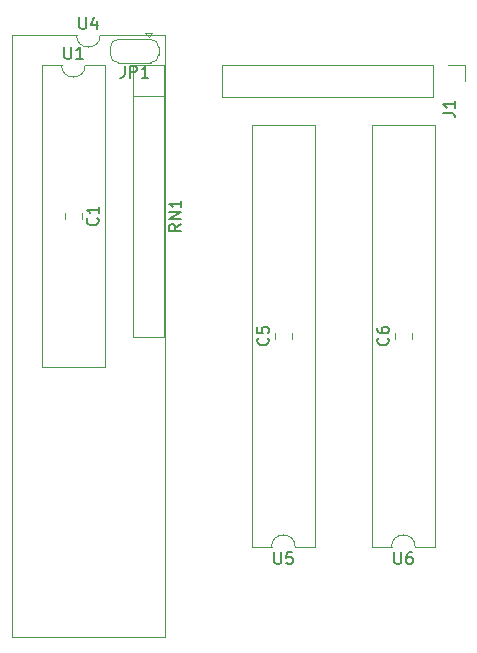
<source format=gbr>
%TF.GenerationSoftware,KiCad,Pcbnew,9.0.5*%
%TF.CreationDate,2025-10-18T15:16:22+02:00*%
%TF.ProjectId,a8sram,61387372-616d-42e6-9b69-6361645f7063,rev?*%
%TF.SameCoordinates,Original*%
%TF.FileFunction,Legend,Top*%
%TF.FilePolarity,Positive*%
%FSLAX46Y46*%
G04 Gerber Fmt 4.6, Leading zero omitted, Abs format (unit mm)*
G04 Created by KiCad (PCBNEW 9.0.5) date 2025-10-18 15:16:22*
%MOMM*%
%LPD*%
G01*
G04 APERTURE LIST*
%ADD10C,0.150000*%
%ADD11C,0.120000*%
G04 APERTURE END LIST*
D10*
X112293666Y-52054819D02*
X112293666Y-52769104D01*
X112293666Y-52769104D02*
X112246047Y-52911961D01*
X112246047Y-52911961D02*
X112150809Y-53007200D01*
X112150809Y-53007200D02*
X112007952Y-53054819D01*
X112007952Y-53054819D02*
X111912714Y-53054819D01*
X112769857Y-53054819D02*
X112769857Y-52054819D01*
X112769857Y-52054819D02*
X113150809Y-52054819D01*
X113150809Y-52054819D02*
X113246047Y-52102438D01*
X113246047Y-52102438D02*
X113293666Y-52150057D01*
X113293666Y-52150057D02*
X113341285Y-52245295D01*
X113341285Y-52245295D02*
X113341285Y-52388152D01*
X113341285Y-52388152D02*
X113293666Y-52483390D01*
X113293666Y-52483390D02*
X113246047Y-52531009D01*
X113246047Y-52531009D02*
X113150809Y-52578628D01*
X113150809Y-52578628D02*
X112769857Y-52578628D01*
X114293666Y-53054819D02*
X113722238Y-53054819D01*
X114007952Y-53054819D02*
X114007952Y-52054819D01*
X114007952Y-52054819D02*
X113912714Y-52197676D01*
X113912714Y-52197676D02*
X113817476Y-52292914D01*
X113817476Y-52292914D02*
X113722238Y-52340533D01*
X135128095Y-93224819D02*
X135128095Y-94034342D01*
X135128095Y-94034342D02*
X135175714Y-94129580D01*
X135175714Y-94129580D02*
X135223333Y-94177200D01*
X135223333Y-94177200D02*
X135318571Y-94224819D01*
X135318571Y-94224819D02*
X135509047Y-94224819D01*
X135509047Y-94224819D02*
X135604285Y-94177200D01*
X135604285Y-94177200D02*
X135651904Y-94129580D01*
X135651904Y-94129580D02*
X135699523Y-94034342D01*
X135699523Y-94034342D02*
X135699523Y-93224819D01*
X136604285Y-93224819D02*
X136413809Y-93224819D01*
X136413809Y-93224819D02*
X136318571Y-93272438D01*
X136318571Y-93272438D02*
X136270952Y-93320057D01*
X136270952Y-93320057D02*
X136175714Y-93462914D01*
X136175714Y-93462914D02*
X136128095Y-93653390D01*
X136128095Y-93653390D02*
X136128095Y-94034342D01*
X136128095Y-94034342D02*
X136175714Y-94129580D01*
X136175714Y-94129580D02*
X136223333Y-94177200D01*
X136223333Y-94177200D02*
X136318571Y-94224819D01*
X136318571Y-94224819D02*
X136509047Y-94224819D01*
X136509047Y-94224819D02*
X136604285Y-94177200D01*
X136604285Y-94177200D02*
X136651904Y-94129580D01*
X136651904Y-94129580D02*
X136699523Y-94034342D01*
X136699523Y-94034342D02*
X136699523Y-93796247D01*
X136699523Y-93796247D02*
X136651904Y-93701009D01*
X136651904Y-93701009D02*
X136604285Y-93653390D01*
X136604285Y-93653390D02*
X136509047Y-93605771D01*
X136509047Y-93605771D02*
X136318571Y-93605771D01*
X136318571Y-93605771D02*
X136223333Y-93653390D01*
X136223333Y-93653390D02*
X136175714Y-93701009D01*
X136175714Y-93701009D02*
X136128095Y-93796247D01*
X117064819Y-65460476D02*
X116588628Y-65793809D01*
X117064819Y-66031904D02*
X116064819Y-66031904D01*
X116064819Y-66031904D02*
X116064819Y-65650952D01*
X116064819Y-65650952D02*
X116112438Y-65555714D01*
X116112438Y-65555714D02*
X116160057Y-65508095D01*
X116160057Y-65508095D02*
X116255295Y-65460476D01*
X116255295Y-65460476D02*
X116398152Y-65460476D01*
X116398152Y-65460476D02*
X116493390Y-65508095D01*
X116493390Y-65508095D02*
X116541009Y-65555714D01*
X116541009Y-65555714D02*
X116588628Y-65650952D01*
X116588628Y-65650952D02*
X116588628Y-66031904D01*
X117064819Y-65031904D02*
X116064819Y-65031904D01*
X116064819Y-65031904D02*
X117064819Y-64460476D01*
X117064819Y-64460476D02*
X116064819Y-64460476D01*
X117064819Y-63460476D02*
X117064819Y-64031904D01*
X117064819Y-63746190D02*
X116064819Y-63746190D01*
X116064819Y-63746190D02*
X116207676Y-63841428D01*
X116207676Y-63841428D02*
X116302914Y-63936666D01*
X116302914Y-63936666D02*
X116350533Y-64031904D01*
X139256419Y-56035533D02*
X139970704Y-56035533D01*
X139970704Y-56035533D02*
X140113561Y-56083152D01*
X140113561Y-56083152D02*
X140208800Y-56178390D01*
X140208800Y-56178390D02*
X140256419Y-56321247D01*
X140256419Y-56321247D02*
X140256419Y-56416485D01*
X140256419Y-55035533D02*
X140256419Y-55606961D01*
X140256419Y-55321247D02*
X139256419Y-55321247D01*
X139256419Y-55321247D02*
X139399276Y-55416485D01*
X139399276Y-55416485D02*
X139494514Y-55511723D01*
X139494514Y-55511723D02*
X139542133Y-55606961D01*
X108458095Y-47924819D02*
X108458095Y-48734342D01*
X108458095Y-48734342D02*
X108505714Y-48829580D01*
X108505714Y-48829580D02*
X108553333Y-48877200D01*
X108553333Y-48877200D02*
X108648571Y-48924819D01*
X108648571Y-48924819D02*
X108839047Y-48924819D01*
X108839047Y-48924819D02*
X108934285Y-48877200D01*
X108934285Y-48877200D02*
X108981904Y-48829580D01*
X108981904Y-48829580D02*
X109029523Y-48734342D01*
X109029523Y-48734342D02*
X109029523Y-47924819D01*
X109934285Y-48258152D02*
X109934285Y-48924819D01*
X109696190Y-47877200D02*
X109458095Y-48591485D01*
X109458095Y-48591485D02*
X110077142Y-48591485D01*
X134574580Y-75096666D02*
X134622200Y-75144285D01*
X134622200Y-75144285D02*
X134669819Y-75287142D01*
X134669819Y-75287142D02*
X134669819Y-75382380D01*
X134669819Y-75382380D02*
X134622200Y-75525237D01*
X134622200Y-75525237D02*
X134526961Y-75620475D01*
X134526961Y-75620475D02*
X134431723Y-75668094D01*
X134431723Y-75668094D02*
X134241247Y-75715713D01*
X134241247Y-75715713D02*
X134098390Y-75715713D01*
X134098390Y-75715713D02*
X133907914Y-75668094D01*
X133907914Y-75668094D02*
X133812676Y-75620475D01*
X133812676Y-75620475D02*
X133717438Y-75525237D01*
X133717438Y-75525237D02*
X133669819Y-75382380D01*
X133669819Y-75382380D02*
X133669819Y-75287142D01*
X133669819Y-75287142D02*
X133717438Y-75144285D01*
X133717438Y-75144285D02*
X133765057Y-75096666D01*
X133669819Y-74239523D02*
X133669819Y-74429999D01*
X133669819Y-74429999D02*
X133717438Y-74525237D01*
X133717438Y-74525237D02*
X133765057Y-74572856D01*
X133765057Y-74572856D02*
X133907914Y-74668094D01*
X133907914Y-74668094D02*
X134098390Y-74715713D01*
X134098390Y-74715713D02*
X134479342Y-74715713D01*
X134479342Y-74715713D02*
X134574580Y-74668094D01*
X134574580Y-74668094D02*
X134622200Y-74620475D01*
X134622200Y-74620475D02*
X134669819Y-74525237D01*
X134669819Y-74525237D02*
X134669819Y-74334761D01*
X134669819Y-74334761D02*
X134622200Y-74239523D01*
X134622200Y-74239523D02*
X134574580Y-74191904D01*
X134574580Y-74191904D02*
X134479342Y-74144285D01*
X134479342Y-74144285D02*
X134241247Y-74144285D01*
X134241247Y-74144285D02*
X134146009Y-74191904D01*
X134146009Y-74191904D02*
X134098390Y-74239523D01*
X134098390Y-74239523D02*
X134050771Y-74334761D01*
X134050771Y-74334761D02*
X134050771Y-74525237D01*
X134050771Y-74525237D02*
X134098390Y-74620475D01*
X134098390Y-74620475D02*
X134146009Y-74668094D01*
X134146009Y-74668094D02*
X134241247Y-74715713D01*
X124414580Y-75096666D02*
X124462200Y-75144285D01*
X124462200Y-75144285D02*
X124509819Y-75287142D01*
X124509819Y-75287142D02*
X124509819Y-75382380D01*
X124509819Y-75382380D02*
X124462200Y-75525237D01*
X124462200Y-75525237D02*
X124366961Y-75620475D01*
X124366961Y-75620475D02*
X124271723Y-75668094D01*
X124271723Y-75668094D02*
X124081247Y-75715713D01*
X124081247Y-75715713D02*
X123938390Y-75715713D01*
X123938390Y-75715713D02*
X123747914Y-75668094D01*
X123747914Y-75668094D02*
X123652676Y-75620475D01*
X123652676Y-75620475D02*
X123557438Y-75525237D01*
X123557438Y-75525237D02*
X123509819Y-75382380D01*
X123509819Y-75382380D02*
X123509819Y-75287142D01*
X123509819Y-75287142D02*
X123557438Y-75144285D01*
X123557438Y-75144285D02*
X123605057Y-75096666D01*
X123509819Y-74191904D02*
X123509819Y-74668094D01*
X123509819Y-74668094D02*
X123986009Y-74715713D01*
X123986009Y-74715713D02*
X123938390Y-74668094D01*
X123938390Y-74668094D02*
X123890771Y-74572856D01*
X123890771Y-74572856D02*
X123890771Y-74334761D01*
X123890771Y-74334761D02*
X123938390Y-74239523D01*
X123938390Y-74239523D02*
X123986009Y-74191904D01*
X123986009Y-74191904D02*
X124081247Y-74144285D01*
X124081247Y-74144285D02*
X124319342Y-74144285D01*
X124319342Y-74144285D02*
X124414580Y-74191904D01*
X124414580Y-74191904D02*
X124462200Y-74239523D01*
X124462200Y-74239523D02*
X124509819Y-74334761D01*
X124509819Y-74334761D02*
X124509819Y-74572856D01*
X124509819Y-74572856D02*
X124462200Y-74668094D01*
X124462200Y-74668094D02*
X124414580Y-74715713D01*
X109984580Y-64936666D02*
X110032200Y-64984285D01*
X110032200Y-64984285D02*
X110079819Y-65127142D01*
X110079819Y-65127142D02*
X110079819Y-65222380D01*
X110079819Y-65222380D02*
X110032200Y-65365237D01*
X110032200Y-65365237D02*
X109936961Y-65460475D01*
X109936961Y-65460475D02*
X109841723Y-65508094D01*
X109841723Y-65508094D02*
X109651247Y-65555713D01*
X109651247Y-65555713D02*
X109508390Y-65555713D01*
X109508390Y-65555713D02*
X109317914Y-65508094D01*
X109317914Y-65508094D02*
X109222676Y-65460475D01*
X109222676Y-65460475D02*
X109127438Y-65365237D01*
X109127438Y-65365237D02*
X109079819Y-65222380D01*
X109079819Y-65222380D02*
X109079819Y-65127142D01*
X109079819Y-65127142D02*
X109127438Y-64984285D01*
X109127438Y-64984285D02*
X109175057Y-64936666D01*
X110079819Y-63984285D02*
X110079819Y-64555713D01*
X110079819Y-64269999D02*
X109079819Y-64269999D01*
X109079819Y-64269999D02*
X109222676Y-64365237D01*
X109222676Y-64365237D02*
X109317914Y-64460475D01*
X109317914Y-64460475D02*
X109365533Y-64555713D01*
X107188095Y-50464819D02*
X107188095Y-51274342D01*
X107188095Y-51274342D02*
X107235714Y-51369580D01*
X107235714Y-51369580D02*
X107283333Y-51417200D01*
X107283333Y-51417200D02*
X107378571Y-51464819D01*
X107378571Y-51464819D02*
X107569047Y-51464819D01*
X107569047Y-51464819D02*
X107664285Y-51417200D01*
X107664285Y-51417200D02*
X107711904Y-51369580D01*
X107711904Y-51369580D02*
X107759523Y-51274342D01*
X107759523Y-51274342D02*
X107759523Y-50464819D01*
X108759523Y-51464819D02*
X108188095Y-51464819D01*
X108473809Y-51464819D02*
X108473809Y-50464819D01*
X108473809Y-50464819D02*
X108378571Y-50607676D01*
X108378571Y-50607676D02*
X108283333Y-50702914D01*
X108283333Y-50702914D02*
X108188095Y-50750533D01*
X124968095Y-93224819D02*
X124968095Y-94034342D01*
X124968095Y-94034342D02*
X125015714Y-94129580D01*
X125015714Y-94129580D02*
X125063333Y-94177200D01*
X125063333Y-94177200D02*
X125158571Y-94224819D01*
X125158571Y-94224819D02*
X125349047Y-94224819D01*
X125349047Y-94224819D02*
X125444285Y-94177200D01*
X125444285Y-94177200D02*
X125491904Y-94129580D01*
X125491904Y-94129580D02*
X125539523Y-94034342D01*
X125539523Y-94034342D02*
X125539523Y-93224819D01*
X126491904Y-93224819D02*
X126015714Y-93224819D01*
X126015714Y-93224819D02*
X125968095Y-93701009D01*
X125968095Y-93701009D02*
X126015714Y-93653390D01*
X126015714Y-93653390D02*
X126110952Y-93605771D01*
X126110952Y-93605771D02*
X126349047Y-93605771D01*
X126349047Y-93605771D02*
X126444285Y-93653390D01*
X126444285Y-93653390D02*
X126491904Y-93701009D01*
X126491904Y-93701009D02*
X126539523Y-93796247D01*
X126539523Y-93796247D02*
X126539523Y-94034342D01*
X126539523Y-94034342D02*
X126491904Y-94129580D01*
X126491904Y-94129580D02*
X126444285Y-94177200D01*
X126444285Y-94177200D02*
X126349047Y-94224819D01*
X126349047Y-94224819D02*
X126110952Y-94224819D01*
X126110952Y-94224819D02*
X126015714Y-94177200D01*
X126015714Y-94177200D02*
X125968095Y-94129580D01*
D11*
%TO.C,JP1*%
X111077000Y-51100000D02*
X111077000Y-50500000D01*
X111727000Y-49800000D02*
X114527000Y-49800000D01*
X114327000Y-49600000D02*
X114027000Y-49300000D01*
X114327000Y-49600000D02*
X114627000Y-49300000D01*
X114527000Y-51800000D02*
X111727000Y-51800000D01*
X114627000Y-49300000D02*
X114027000Y-49300000D01*
X115177000Y-50500000D02*
X115177000Y-51100000D01*
X111077000Y-50500000D02*
G75*
G02*
X111777000Y-49800000I700000J0D01*
G01*
X111777000Y-51800000D02*
G75*
G02*
X111077000Y-51100000I0J700000D01*
G01*
X114477000Y-49800000D02*
G75*
G02*
X115177000Y-50500000I1J-699999D01*
G01*
X115177000Y-51100000D02*
G75*
G02*
X114477000Y-51800000I-699999J-1D01*
G01*
%TO.C,U6*%
X133240000Y-57090000D02*
X133240000Y-92770000D01*
X133240000Y-92770000D02*
X134890000Y-92770000D01*
X136890000Y-92770000D02*
X138540000Y-92770000D01*
X138540000Y-57090000D02*
X133240000Y-57090000D01*
X138540000Y-92770000D02*
X138540000Y-57090000D01*
X134890000Y-92770000D02*
G75*
G02*
X136890000Y-92770000I1000000J0D01*
G01*
%TO.C,RN1*%
X112990000Y-51990000D02*
X112990000Y-75010000D01*
X112990000Y-75010000D02*
X115610000Y-75010000D01*
X115610000Y-51990000D02*
X112990000Y-51990000D01*
X115610000Y-54610000D02*
X112990000Y-54610000D01*
X115610000Y-75010000D02*
X115610000Y-51990000D01*
%TO.C,J1*%
X120540000Y-51960000D02*
X120540000Y-54720000D01*
X138430000Y-51960000D02*
X120540000Y-51960000D01*
X138430000Y-51960000D02*
X138430000Y-54720000D01*
X138430000Y-54720000D02*
X120540000Y-54720000D01*
X139700000Y-51960000D02*
X141080000Y-51960000D01*
X141080000Y-51960000D02*
X141080000Y-53340000D01*
%TO.C,U4*%
X102760000Y-49470000D02*
X102760000Y-100390000D01*
X102760000Y-100390000D02*
X115680000Y-100390000D01*
X108220000Y-49470000D02*
X102760000Y-49470000D01*
X115680000Y-49470000D02*
X110220000Y-49470000D01*
X115680000Y-100390000D02*
X115680000Y-49470000D01*
X110220000Y-49470000D02*
G75*
G02*
X108220000Y-49470000I-1000000J0D01*
G01*
%TO.C,C6*%
X135160000Y-75191252D02*
X135160000Y-74668748D01*
X136630000Y-75191252D02*
X136630000Y-74668748D01*
%TO.C,C5*%
X125000000Y-75191252D02*
X125000000Y-74668748D01*
X126470000Y-75191252D02*
X126470000Y-74668748D01*
%TO.C,C1*%
X107210000Y-64508748D02*
X107210000Y-65031252D01*
X108680000Y-64508748D02*
X108680000Y-65031252D01*
%TO.C,U1*%
X105300000Y-52010000D02*
X105300000Y-77530000D01*
X105300000Y-77530000D02*
X110600000Y-77530000D01*
X106950000Y-52010000D02*
X105300000Y-52010000D01*
X110600000Y-52010000D02*
X108950000Y-52010000D01*
X110600000Y-77530000D02*
X110600000Y-52010000D01*
X108950000Y-52010000D02*
G75*
G02*
X106950000Y-52010000I-1000000J0D01*
G01*
%TO.C,U5*%
X123080000Y-57090000D02*
X123080000Y-92770000D01*
X123080000Y-92770000D02*
X124730000Y-92770000D01*
X126730000Y-92770000D02*
X128380000Y-92770000D01*
X128380000Y-57090000D02*
X123080000Y-57090000D01*
X128380000Y-92770000D02*
X128380000Y-57090000D01*
X124730000Y-92770000D02*
G75*
G02*
X126730000Y-92770000I1000000J0D01*
G01*
%TD*%
M02*

</source>
